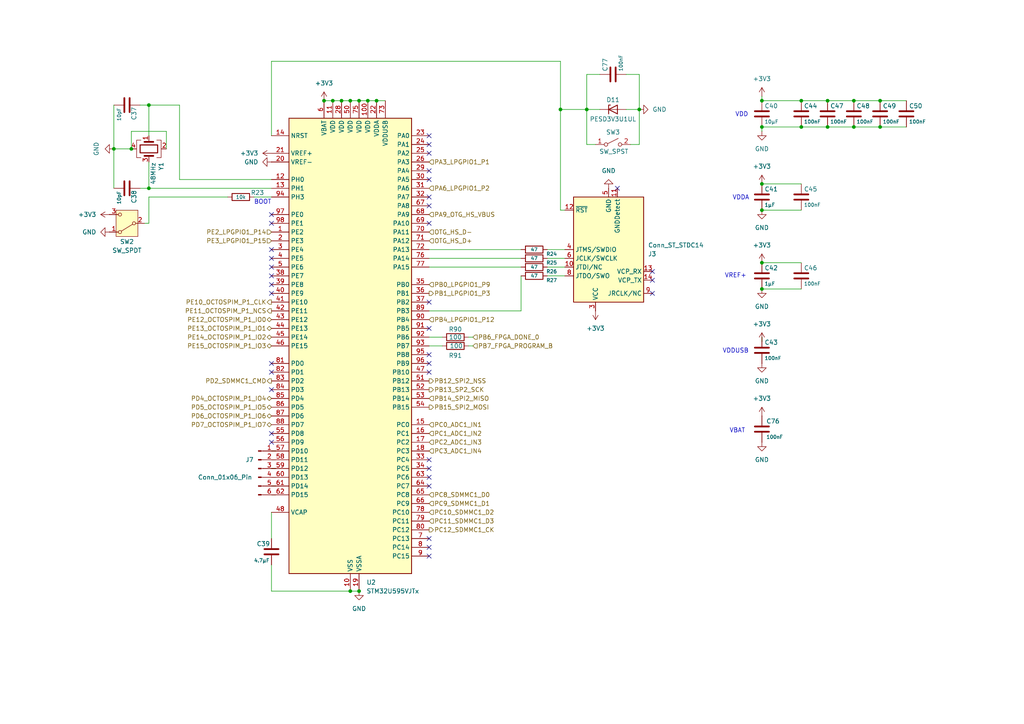
<source format=kicad_sch>
(kicad_sch (version 20250114) (generator "eeschema") (generator_version "9.0")
  (paper "A4")
  (lib_symbols
    (symbol "Connector:Conn_01x06_Pin" (pin_names (offset 1.016) (hide yes))
      (property "Reference" "J" (at 0 7.62 0))
      (property "Value" "Conn_01x06_Pin" (at 0 -10.16 0))
      (symbol "Conn_01x06_Pin_1_1"
        (rectangle (start 0.8636 5.207) (end 0 4.953) (stroke (width 0.1524)) (fill (type outline)))
        (rectangle (start 0.8636 2.667) (end 0 2.413) (stroke (width 0.1524)) (fill (type outline)))
        (rectangle (start 0.8636 0.127) (end 0 -0.127) (stroke (width 0.1524)) (fill (type outline)))
        (rectangle (start 0.8636 -2.413) (end 0 -2.667) (stroke (width 0.1524)) (fill (type outline)))
        (rectangle (start 0.8636 -4.953) (end 0 -5.207) (stroke (width 0.1524)) (fill (type outline)))
        (rectangle (start 0.8636 -7.493) (end 0 -7.747) (stroke (width 0.1524)) (fill (type outline)))
        (polyline (pts (xy 1.27 5.08) (xy 0.8636 5.08)) (stroke (width 0.1524)))
        (polyline (pts (xy 1.27 2.54) (xy 0.8636 2.54)) (stroke (width 0.1524)))
        (polyline (pts (xy 1.27 0) (xy 0.8636 0)) (stroke (width 0.1524)))
        (polyline (pts (xy 1.27 -2.54) (xy 0.8636 -2.54)) (stroke (width 0.1524)))
        (polyline (pts (xy 1.27 -5.08) (xy 0.8636 -5.08)) (stroke (width 0.1524)))
        (polyline (pts (xy 1.27 -7.62) (xy 0.8636 -7.62)) (stroke (width 0.1524)))
        (pin passive line (at 5.08 5.08 180) (length 3.81) (name "Pin_1") (number "1"))
        (pin passive line (at 5.08 2.54 180) (length 3.81) (name "Pin_2") (number "2"))
        (pin passive line (at 5.08 0 180) (length 3.81) (name "Pin_3") (number "3"))
        (pin passive line (at 5.08 -2.54 180) (length 3.81) (name "Pin_4") (number "4"))
        (pin passive line (at 5.08 -5.08 180) (length 3.81) (name "Pin_5") (number "5"))
        (pin passive line (at 5.08 -7.62 180) (length 3.81) (name "Pin_6") (number "6"))
      )
    )
    (symbol "Connector:Conn_ST_STDC14"
      (property "Reference" "J3" (at -11.43 1.2701 0))
      (property "Value" "Conn_ST_STDC14" (at -11.43 -1.2699 0))
      (symbol "Conn_ST_STDC14_0_1"
        (rectangle (start -10.16 15.24) (end 10.16 -15.24) (stroke (width 0.254)) (fill (type background)))
      )
      (symbol "Conn_ST_STDC14_1_1"
        (pin input line (at -12.7 12.7 0) (length 2.54) (name "JRCLK/NC") (number "9"))
        (pin input line (at -12.7 8.89 0) (length 2.54) (name "VCP_TX") (number "14"))
        (pin output line (at -12.7 6.35 0) (length 2.54) (name "VCP_RX") (number "13"))
        (pin no_connect line (at -10.16 5.08 0) (length 2.54) (hide yes) (name "NC") (number "1"))
        (pin no_connect line (at -10.16 2.54 0) (length 2.54) (hide yes) (name "NC") (number "2"))
        (pin passive line (at -2.54 -17.78 90) (length 2.54) (name "GNDDetect") (number "11"))
        (pin power_in line (at 0 -17.78 90) (length 2.54) (name "GND") (number "5"))
        (pin passive line (at 0 -17.78 90) (length 2.54) (hide yes) (name "GND") (number "7"))
        (pin power_in line (at 3.81 17.78 270) (length 2.54) (name "VCC") (number "3"))
        (pin input line (at 12.7 7.62 180) (length 2.54) (name "JTDO/SWO") (number "8"))
        (pin output line (at 12.7 5.08 180) (length 2.54) (name "JTDI/NC") (number "10"))
        (pin output line (at 12.7 2.54 180) (length 2.54) (name "JCLK/SWCLK") (number "6"))
        (pin bidirectional line (at 12.7 0 180) (length 2.54) (name "JTMS/SWDIO") (number "4"))
        (pin open_collector line (at 12.7 -11.43 180) (length 2.54) (name "~{RST}") (number "12"))
      )
    )
    (symbol "Device:C" (pin_numbers (hide yes)) (pin_names (offset 0.254))
      (property "Reference" "C" (at 0.635 2.54 0))
      (property "Value" "C" (at 0.635 -2.54 0))
      (symbol "C_0_1"
        (polyline (pts (xy -2.032 0.762) (xy 2.032 0.762)) (stroke (width 0.508)))
        (polyline (pts (xy -2.032 -0.762) (xy 2.032 -0.762)) (stroke (width 0.508)))
      )
      (symbol "C_1_1"
        (pin passive line (at 0 3.81 270) (length 2.794) (name "~") (number "1"))
        (pin passive line (at 0 -3.81 90) (length 2.794) (name "~") (number "2"))
      )
    )
    (symbol "Device:Crystal_GND24" (pin_names (offset 1.016) (hide yes))
      (property "Reference" "Y" (at 3.175 5.08 0))
      (property "Value" "Crystal_GND24" (at 3.175 3.175 0))
      (symbol "Crystal_GND24_0_1"
        (polyline (pts (xy -2.54 2.286) (xy -2.54 3.556) (xy 2.54 3.556) (xy 2.54 2.286)))
        (polyline (pts (xy -2.54 0) (xy -2.032 0)))
        (polyline (pts (xy -2.54 -2.286) (xy -2.54 -3.556) (xy 2.54 -3.556) (xy 2.54 -2.286)))
        (polyline (pts (xy -2.032 -1.27) (xy -2.032 1.27)) (stroke (width 0.508)))
        (rectangle (start -1.143 2.54) (end 1.143 -2.54) (stroke (width 0.3048)))
        (polyline (pts (xy 0 3.556) (xy 0 3.81)))
        (polyline (pts (xy 0 -3.81) (xy 0 -3.556)))
        (polyline (pts (xy 2.032 0) (xy 2.54 0)))
        (polyline (pts (xy 2.032 -1.27) (xy 2.032 1.27)) (stroke (width 0.508)))
      )
      (symbol "Crystal_GND24_1_1"
        (pin passive line (at -3.81 0 0) (length 1.27) (name "1") (number "1"))
        (pin passive line (at 0 5.08 270) (length 1.27) (name "2") (number "2"))
        (pin passive line (at 0 -5.08 90) (length 1.27) (name "4") (number "4"))
        (pin passive line (at 3.81 0 180) (length 1.27) (name "3") (number "3"))
      )
    )
    (symbol "Device:R" (pin_numbers (hide yes)) (pin_names (offset 0))
      (property "Reference" "R" (at 2.032 0 90))
      (property "Value" "R" (at 0 0 90))
      (symbol "R_0_1"
        (rectangle (start -1.016 -2.54) (end 1.016 2.54) (stroke (width 0.254)))
      )
      (symbol "R_1_1"
        (pin passive line (at 0 3.81 270) (length 1.27) (name "~") (number "1"))
        (pin passive line (at 0 -3.81 90) (length 1.27) (name "~") (number "2"))
      )
    )
    (symbol "Diode:PESD3V3U1UL" (pin_numbers (hide yes)) (pin_names (hide yes))
      (property "Reference" "D" (at 0 2.54 0))
      (property "Value" "PESD3V3U1UL" (at 0 -2.54 0))
      (symbol "PESD3V3U1UL_0_1"
        (polyline (pts (xy -1.27 -1.27) (xy -1.27 1.27) (xy -0.762 1.27)) (stroke (width 0.254)))
        (polyline (pts (xy 1.27 0) (xy -1.27 0)))
        (polyline (pts (xy 1.27 -1.27) (xy 1.27 1.27) (xy -1.27 0) (xy 1.27 -1.27)) (stroke (width 0.254)))
      )
      (symbol "PESD3V3U1UL_1_1"
        (pin passive line (at -3.81 0 0) (length 2.54) (name "K") (number "1"))
        (pin passive line (at 3.81 0 180) (length 2.54) (name "A") (number "2"))
      )
    )
    (symbol "MCU_ST_STM32U5:STM32U595VJTx"
      (property "Reference" "U" (at -17.78 67.31 0))
      (property "Value" "STM32U595VJTx" (at 12.7 67.31 0))
      (symbol "STM32U595VJTx_0_1"
        (rectangle (start -17.78 -66.04) (end 17.78 66.04) (stroke (width 0.254)) (fill (type background)))
      )
      (symbol "STM32U595VJTx_1_1"
        (pin input line (at -22.86 60.96 0) (length 5.08) (name "NRST") (number "14"))
        (pin input line (at -22.86 55.88 0) (length 5.08) (name "VREF+") (number "21"))
        (pin input line (at -22.86 53.34 0) (length 5.08) (name "VREF-") (number "20"))
        (pin bidirectional line (at -22.86 48.26 0) (length 5.08) (name "PH0") (number "12"))
        (pin bidirectional line (at -22.86 45.72 0) (length 5.08) (name "PH1") (number "13"))
        (pin bidirectional line (at -22.86 43.18 0) (length 5.08) (name "PH3") (number "94"))
        (pin bidirectional line (at -22.86 38.1 0) (length 5.08) (name "PE0") (number "97"))
        (pin bidirectional line (at -22.86 35.56 0) (length 5.08) (name "PE1") (number "98"))
        (pin bidirectional line (at -22.86 33.02 0) (length 5.08) (name "PE2") (number "1"))
        (pin bidirectional line (at -22.86 30.48 0) (length 5.08) (name "PE3") (number "2"))
        (pin bidirectional line (at -22.86 27.94 0) (length 5.08) (name "PE4") (number "3"))
        (pin bidirectional line (at -22.86 25.4 0) (length 5.08) (name "PE5") (number "4"))
        (pin bidirectional line (at -22.86 22.86 0) (length 5.08) (name "PE6") (number "5"))
        (pin bidirectional line (at -22.86 20.32 0) (length 5.08) (name "PE7") (number "38"))
        (pin bidirectional line (at -22.86 17.78 0) (length 5.08) (name "PE8") (number "39"))
        (pin bidirectional line (at -22.86 15.24 0) (length 5.08) (name "PE9") (number "40"))
        (pin bidirectional line (at -22.86 12.7 0) (length 5.08) (name "PE10") (number "41"))
        (pin bidirectional line (at -22.86 10.16 0) (length 5.08) (name "PE11") (number "42"))
        (pin bidirectional line (at -22.86 7.62 0) (length 5.08) (name "PE12") (number "43"))
        (pin bidirectional line (at -22.86 5.08 0) (length 5.08) (name "PE13") (number "44"))
        (pin bidirectional line (at -22.86 2.54 0) (length 5.08) (name "PE14") (number "45"))
        (pin bidirectional line (at -22.86 0 0) (length 5.08) (name "PE15") (number "46"))
        (pin bidirectional line (at -22.86 -5.08 0) (length 5.08) (name "PD0") (number "81"))
        (pin bidirectional line (at -22.86 -7.62 0) (length 5.08) (name "PD1") (number "82"))
        (pin bidirectional line (at -22.86 -10.16 0) (length 5.08) (name "PD2") (number "83"))
        (pin bidirectional line (at -22.86 -12.7 0) (length 5.08) (name "PD3") (number "84"))
        (pin bidirectional line (at -22.86 -15.24 0) (length 5.08) (name "PD4") (number "85"))
        (pin bidirectional line (at -22.86 -17.78 0) (length 5.08) (name "PD5") (number "86"))
        (pin bidirectional line (at -22.86 -20.32 0) (length 5.08) (name "PD6") (number "87"))
        (pin bidirectional line (at -22.86 -22.86 0) (length 5.08) (name "PD7") (number "88"))
        (pin bidirectional line (at -22.86 -25.4 0) (length 5.08) (name "PD8") (number "55"))
        (pin bidirectional line (at -22.86 -27.94 0) (length 5.08) (name "PD9") (number "56"))
        (pin bidirectional line (at -22.86 -30.48 0) (length 5.08) (name "PD10") (number "57"))
        (pin bidirectional line (at -22.86 -33.02 0) (length 5.08) (name "PD11") (number "58"))
        (pin bidirectional line (at -22.86 -35.56 0) (length 5.08) (name "PD12") (number "59"))
        (pin bidirectional line (at -22.86 -38.1 0) (length 5.08) (name "PD13") (number "60"))
        (pin bidirectional line (at -22.86 -40.64 0) (length 5.08) (name "PD14") (number "61"))
        (pin bidirectional line (at -22.86 -43.18 0) (length 5.08) (name "PD15") (number "62"))
        (pin power_out line (at -22.86 -48.26 0) (length 5.08) (name "VCAP") (number "48"))
        (pin power_in line (at -7.62 71.12 270) (length 5.08) (name "VBAT") (number "6"))
        (pin power_in line (at -5.08 71.12 270) (length 5.08) (name "VDD") (number "11"))
        (pin power_in line (at -2.54 71.12 270) (length 5.08) (name "VDD") (number "28"))
        (pin power_in line (at 0 71.12 270) (length 5.08) (name "VDD") (number "50"))
        (pin power_in line (at 0 -71.12 90) (length 5.08) (name "VSS") (number "10"))
        (pin passive line (at 0 -71.12 90) (length 5.08) (hide yes) (name "VSS") (number "27"))
        (pin passive line (at 0 -71.12 90) (length 5.08) (hide yes) (name "VSS") (number "49"))
        (pin passive line (at 0 -71.12 90) (length 5.08) (hide yes) (name "VSS") (number "74"))
        (pin passive line (at 0 -71.12 90) (length 5.08) (hide yes) (name "VSS") (number "99"))
        (pin power_in line (at 2.54 71.12 270) (length 5.08) (name "VDD") (number "75"))
        (pin power_in line (at 2.54 -71.12 90) (length 5.08) (name "VSSA") (number "19"))
        (pin power_in line (at 5.08 71.12 270) (length 5.08) (name "VDD") (number "100"))
        (pin power_in line (at 7.62 71.12 270) (length 5.08) (name "VDDA") (number "22"))
        (pin power_in line (at 10.16 71.12 270) (length 5.08) (name "VDDUSB") (number "73"))
        (pin bidirectional line (at 22.86 60.96 180) (length 5.08) (name "PA0") (number "23"))
        (pin bidirectional line (at 22.86 58.42 180) (length 5.08) (name "PA1") (number "24"))
        (pin bidirectional line (at 22.86 55.88 180) (length 5.08) (name "PA2") (number "25"))
        (pin bidirectional line (at 22.86 53.34 180) (length 5.08) (name "PA3") (number "26"))
        (pin bidirectional line (at 22.86 50.8 180) (length 5.08) (name "PA4") (number "29"))
        (pin bidirectional line (at 22.86 48.26 180) (length 5.08) (name "PA5") (number "30"))
        (pin bidirectional line (at 22.86 45.72 180) (length 5.08) (name "PA6") (number "31"))
        (pin bidirectional line (at 22.86 43.18 180) (length 5.08) (name "PA7") (number "32"))
        (pin bidirectional line (at 22.86 40.64 180) (length 5.08) (name "PA8") (number "67"))
        (pin bidirectional line (at 22.86 38.1 180) (length 5.08) (name "PA9") (number "68"))
        (pin bidirectional line (at 22.86 35.56 180) (length 5.08) (name "PA10") (number "69"))
        (pin bidirectional line (at 22.86 33.02 180) (length 5.08) (name "PA11") (number "70"))
        (pin bidirectional line (at 22.86 30.48 180) (length 5.08) (name "PA12") (number "71"))
        (pin bidirectional line (at 22.86 27.94 180) (length 5.08) (name "PA13") (number "72"))
        (pin bidirectional line (at 22.86 25.4 180) (length 5.08) (name "PA14") (number "76"))
        (pin bidirectional line (at 22.86 22.86 180) (length 5.08) (name "PA15") (number "77"))
        (pin bidirectional line (at 22.86 17.78 180) (length 5.08) (name "PB0") (number "35"))
        (pin bidirectional line (at 22.86 15.24 180) (length 5.08) (name "PB1") (number "36"))
        (pin bidirectional line (at 22.86 12.7 180) (length 5.08) (name "PB2") (number "37"))
        (pin bidirectional line (at 22.86 10.16 180) (length 5.08) (name "PB3") (number "89"))
        (pin bidirectional line (at 22.86 7.62 180) (length 5.08) (name "PB4") (number "90"))
        (pin bidirectional line (at 22.86 5.08 180) (length 5.08) (name "PB5") (number "91"))
        (pin bidirectional line (at 22.86 2.54 180) (length 5.08) (name "PB6") (number "92"))
        (pin bidirectional line (at 22.86 0 180) (length 5.08) (name "PB7") (number "93"))
        (pin bidirectional line (at 22.86 -2.54 180) (length 5.08) (name "PB8") (number "95"))
        (pin bidirectional line (at 22.86 -5.08 180) (length 5.08) (name "PB9") (number "96"))
        (pin bidirectional line (at 22.86 -7.62 180) (length 5.08) (name "PB10") (number "47"))
        (pin bidirectional line (at 22.86 -10.16 180) (length 5.08) (name "PB12") (number "51"))
        (pin bidirectional line (at 22.86 -12.7 180) (length 5.08) (name "PB13") (number "52"))
        (pin bidirectional line (at 22.86 -15.24 180) (length 5.08) (name "PB14") (number "53"))
        (pin bidirectional line (at 22.86 -17.78 180) (length 5.08) (name "PB15") (number "54"))
        (pin bidirectional line (at 22.86 -22.86 180) (length 5.08) (name "PC0") (number "15"))
        (pin bidirectional line (at 22.86 -25.4 180) (length 5.08) (name "PC1") (number "16"))
        (pin bidirectional line (at 22.86 -27.94 180) (length 5.08) (name "PC2") (number "17"))
        (pin bidirectional line (at 22.86 -30.48 180) (length 5.08) (name "PC3") (number "18"))
        (pin bidirectional line (at 22.86 -33.02 180) (length 5.08) (name "PC4") (number "33"))
        (pin bidirectional line (at 22.86 -35.56 180) (length 5.08) (name "PC5") (number "34"))
        (pin bidirectional line (at 22.86 -38.1 180) (length 5.08) (name "PC6") (number "63"))
        (pin bidirectional line (at 22.86 -40.64 180) (length 5.08) (name "PC7") (number "64"))
        (pin bidirectional line (at 22.86 -43.18 180) (length 5.08) (name "PC8") (number "65"))
        (pin bidirectional line (at 22.86 -45.72 180) (length 5.08) (name "PC9") (number "66"))
        (pin bidirectional line (at 22.86 -48.26 180) (length 5.08) (name "PC10") (number "78"))
        (pin bidirectional line (at 22.86 -50.8 180) (length 5.08) (name "PC11") (number "79"))
        (pin bidirectional line (at 22.86 -53.34 180) (length 5.08) (name "PC12") (number "80"))
        (pin bidirectional line (at 22.86 -55.88 180) (length 5.08) (name "PC13") (number "7"))
        (pin bidirectional line (at 22.86 -58.42 180) (length 5.08) (name "PC14") (number "8"))
        (pin bidirectional line (at 22.86 -60.96 180) (length 5.08) (name "PC15") (number "9"))
      )
    )
    (symbol "Switch:SW_SPDT" (pin_names (offset 0) (hide yes))
      (property "Reference" "SW" (at 0 5.08 0))
      (property "Value" "SW_SPDT" (at 0 -5.08 0))
      (symbol "SW_SPDT_0_1"
        (circle (center -2.032 0) (radius 0.4572))
        (polyline (pts (xy -1.651 0.254) (xy 1.651 2.286)))
        (circle (center 2.032 2.54) (radius 0.4572))
        (circle (center 2.032 -2.54) (radius 0.4572))
      )
      (symbol "SW_SPDT_1_1"
        (rectangle (start -3.175 3.81) (end 3.175 -3.81) (fill (type background)))
        (pin passive line (at -5.08 0 0) (length 2.54) (name "B") (number "2"))
        (pin passive line (at 5.08 2.54 180) (length 2.54) (name "A") (number "1"))
        (pin passive line (at 5.08 -2.54 180) (length 2.54) (name "C") (number "3"))
      )
    )
    (symbol "Switch:SW_SPST" (pin_names (offset 0) (hide yes))
      (property "Reference" "SW" (at 0 3.175 0))
      (property "Value" "SW_SPST" (at 0 -2.54 0))
      (symbol "SW_SPST_0_0"
        (circle (center -2.032 0) (radius 0.508))
        (polyline (pts (xy -1.524 0.254) (xy 1.524 1.778)))
        (circle (center 2.032 0) (radius 0.508))
      )
      (symbol "SW_SPST_1_1"
        (pin passive line (at -5.08 0 0) (length 2.54) (name "A") (number "1"))
        (pin passive line (at 5.08 0 180) (length 2.54) (name "B") (number "2"))
      )
    )
    (symbol "power:+3V3" (power) (pin_numbers (hide yes)) (pin_names (offset 0) (hide yes))
      (property "Value" "+3V3" (at 0 3.556 0))
      (symbol "+3V3_0_1"
        (polyline (pts (xy -0.762 1.27) (xy 0 2.54)))
        (polyline (pts (xy 0 2.54) (xy 0.762 1.27)))
        (polyline (pts (xy 0 0) (xy 0 2.54)))
      )
      (symbol "+3V3_1_1"
        (pin power_in line (at 0 0 90) (length 0) (name "~") (number "1"))
      )
    )
    (symbol "power:GND" (power) (pin_numbers (hide yes)) (pin_names (offset 0) (hide yes))
      (property "Value" "GND" (at 0 -3.81 0))
      (symbol "GND_0_1"
        (polyline (pts (xy 0 0) (xy 0 -1.27) (xy 1.27 -1.27) (xy 0 -2.54) (xy -1.27 -1.27) (xy 0 -1.27)))
      )
      (symbol "GND_1_1"
        (pin power_in line (at 0 0 270) (length 0) (name "~") (number "1"))
      )
    )
  )
  (text "VDD" (at 215.138 33.274 0) (effects (font (size 1.27 1.27))))
  (text "BOOT\n" (at 76.2 58.674 0) (effects (font (size 1.27 1.27))))
  (text "VDDA" (at 214.884 57.404 0) (effects (font (size 1.27 1.27))))
  (text "VBAT\n" (at 213.868 124.968 0) (effects (font (size 1.27 1.27))))
  (text "VDDUSB\n" (at 213.36 101.854 0) (effects (font (size 1.27 1.27))))
  (text "VREF+" (at 213.36 80.01 0) (effects (font (size 1.27 1.27))))
  (junction (at 220.98 83.82))
  (junction (at 38.1 43.18))
  (junction (at 255.27 29.21))
  (junction (at 99.06 29.21))
  (junction (at 170.18 31.75))
  (junction (at 232.41 29.21))
  (junction (at 220.98 36.83))
  (junction (at 93.98 29.21))
  (junction (at 232.41 36.83))
  (junction (at 220.98 60.96))
  (junction (at 101.6 29.21))
  (junction (at 247.65 36.83))
  (junction (at 101.6 171.45))
  (junction (at 33.02 43.18))
  (junction (at 247.65 29.21))
  (junction (at 240.03 36.83))
  (junction (at 220.98 76.2))
  (junction (at 104.14 29.21))
  (junction (at 106.68 29.21))
  (junction (at 96.52 29.21))
  (junction (at 255.27 36.83))
  (junction (at 185.42 31.75))
  (junction (at 162.56 31.75))
  (junction (at 240.03 29.21))
  (junction (at 104.14 171.45))
  (junction (at 43.18 30.48))
  (junction (at 109.22 29.21))
  (junction (at 220.98 53.34))
  (junction (at 220.98 29.21))
  (junction (at 43.18 54.61))
  (no_connect (at 78.74 113.03))
  (no_connect (at 124.46 135.89))
  (no_connect (at 124.46 49.53))
  (no_connect (at 124.46 44.45))
  (no_connect (at 78.74 64.77))
  (no_connect (at 78.74 82.55))
  (no_connect (at 124.46 57.15))
  (no_connect (at 124.46 133.35))
  (no_connect (at 189.23 78.74))
  (no_connect (at 189.23 81.28))
  (no_connect (at 189.23 85.09))
  (no_connect (at 124.46 41.91))
  (no_connect (at 124.46 156.21))
  (no_connect (at 124.46 158.75))
  (no_connect (at 124.46 39.37))
  (no_connect (at 78.74 74.93))
  (no_connect (at 124.46 59.69))
  (no_connect (at 124.46 95.25))
  (no_connect (at 124.46 138.43))
  (no_connect (at 78.74 105.41))
  (no_connect (at 124.46 105.41))
  (no_connect (at 78.74 72.39))
  (no_connect (at 78.74 80.01))
  (no_connect (at 124.46 107.95))
  (no_connect (at 179.07 54.61))
  (no_connect (at 124.46 64.77))
  (no_connect (at 124.46 52.07))
  (no_connect (at 124.46 102.87))
  (no_connect (at 78.74 107.95))
  (no_connect (at 78.74 77.47))
  (no_connect (at 124.46 140.97))
  (no_connect (at 124.46 161.29))
  (no_connect (at 78.74 128.27))
  (no_connect (at 78.74 85.09))
  (no_connect (at 124.46 87.63))
  (no_connect (at 78.74 62.23))
  (no_connect (at 78.74 125.73))
  (wire (pts (xy 43.18 57.15) (xy 66.04 57.15)))
  (wire (pts (xy 80.01 135.89) (xy 78.74 135.89)))
  (wire (pts (xy 220.98 53.34) (xy 232.41 53.34)))
  (wire (pts (xy 247.65 36.83) (xy 255.27 36.83)))
  (wire (pts (xy 104.14 29.21) (xy 106.68 29.21)))
  (wire (pts (xy 43.18 54.61) (xy 78.74 54.61)))
  (wire (pts (xy 163.83 77.47) (xy 158.75 77.47)))
  (wire (pts (xy 80.01 133.35) (xy 78.74 133.35)))
  (wire (pts (xy 163.83 80.01) (xy 158.75 80.01)))
  (wire (pts (xy 99.06 29.21) (xy 101.6 29.21)))
  (wire (pts (xy 38.1 38.1) (xy 38.1 43.18)))
  (wire (pts (xy 170.18 41.91) (xy 172.72 41.91)))
  (wire (pts (xy 173.99 21.59) (xy 170.18 21.59)))
  (wire (pts (xy 40.64 54.61) (xy 43.18 54.61)))
  (wire (pts (xy 52.07 52.07) (xy 52.07 30.48)))
  (wire (pts (xy 240.03 29.21) (xy 247.65 29.21)))
  (wire (pts (xy 48.26 43.18) (xy 48.26 38.1)))
  (wire (pts (xy 43.18 54.61) (xy 43.18 46.99)))
  (wire (pts (xy 80.01 138.43) (xy 78.74 138.43)))
  (wire (pts (xy 80.01 140.97) (xy 78.74 140.97)))
  (wire (pts (xy 247.65 29.21) (xy 255.27 29.21)))
  (wire (pts (xy 96.52 29.21) (xy 99.06 29.21)))
  (wire (pts (xy 78.74 163.83) (xy 78.74 171.45)))
  (wire (pts (xy 162.56 60.96) (xy 163.83 60.96)))
  (wire (pts (xy 106.68 29.21) (xy 109.22 29.21)))
  (wire (pts (xy 220.98 29.21) (xy 232.41 29.21)))
  (wire (pts (xy 38.1 43.18) (xy 33.02 43.18)))
  (wire (pts (xy 101.6 29.21) (xy 104.14 29.21)))
  (wire (pts (xy 52.07 30.48) (xy 43.18 30.48)))
  (wire (pts (xy 124.46 90.17) (xy 151.13 90.17)))
  (wire (pts (xy 220.98 38.1) (xy 220.98 36.83)))
  (wire (pts (xy 220.98 60.96) (xy 232.41 60.96)))
  (wire (pts (xy 185.42 21.59) (xy 185.42 31.75)))
  (wire (pts (xy 232.41 29.21) (xy 240.03 29.21)))
  (wire (pts (xy 151.13 90.17) (xy 151.13 80.01)))
  (wire (pts (xy 163.83 74.93) (xy 158.75 74.93)))
  (wire (pts (xy 151.13 77.47) (xy 124.46 77.47)))
  (wire (pts (xy 185.42 31.75) (xy 185.42 41.91)))
  (wire (pts (xy 78.74 171.45) (xy 101.6 171.45)))
  (wire (pts (xy 162.56 17.78) (xy 162.56 31.75)))
  (wire (pts (xy 124.46 72.39) (xy 151.13 72.39)))
  (wire (pts (xy 80.01 143.51) (xy 78.74 143.51)))
  (wire (pts (xy 220.98 76.2) (xy 232.41 76.2)))
  (wire (pts (xy 101.6 171.45) (xy 104.14 171.45)))
  (wire (pts (xy 220.98 27.94) (xy 220.98 29.21)))
  (wire (pts (xy 78.74 52.07) (xy 52.07 52.07)))
  (wire (pts (xy 109.22 29.21) (xy 111.76 29.21)))
  (wire (pts (xy 170.18 21.59) (xy 170.18 31.75)))
  (wire (pts (xy 181.61 21.59) (xy 185.42 21.59)))
  (wire (pts (xy 255.27 29.21) (xy 262.89 29.21)))
  (wire (pts (xy 135.89 97.79) (xy 137.16 97.79)))
  (wire (pts (xy 170.18 31.75) (xy 170.18 41.91)))
  (wire (pts (xy 73.66 57.15) (xy 78.74 57.15)))
  (wire (pts (xy 124.46 97.79) (xy 128.27 97.79)))
  (wire (pts (xy 240.03 36.83) (xy 247.65 36.83)))
  (wire (pts (xy 48.26 38.1) (xy 38.1 38.1)))
  (wire (pts (xy 162.56 31.75) (xy 162.56 60.96)))
  (wire (pts (xy 163.83 72.39) (xy 158.75 72.39)))
  (wire (pts (xy 93.98 29.21) (xy 96.52 29.21)))
  (wire (pts (xy 43.18 57.15) (xy 43.18 64.77)))
  (wire (pts (xy 124.46 100.33) (xy 128.27 100.33)))
  (wire (pts (xy 43.18 30.48) (xy 40.64 30.48)))
  (wire (pts (xy 162.56 31.75) (xy 170.18 31.75)))
  (wire (pts (xy 181.61 31.75) (xy 185.42 31.75)))
  (wire (pts (xy 33.02 30.48) (xy 33.02 43.18)))
  (wire (pts (xy 78.74 156.21) (xy 78.74 148.59)))
  (wire (pts (xy 78.74 17.78) (xy 78.74 39.37)))
  (wire (pts (xy 220.98 97.79) (xy 220.98 99.06)))
  (wire (pts (xy 220.98 83.82) (xy 232.41 83.82)))
  (wire (pts (xy 124.46 74.93) (xy 151.13 74.93)))
  (wire (pts (xy 162.56 17.78) (xy 78.74 17.78)))
  (wire (pts (xy 255.27 36.83) (xy 262.89 36.83)))
  (wire (pts (xy 43.18 64.77) (xy 41.91 64.77)))
  (wire (pts (xy 220.98 36.83) (xy 232.41 36.83)))
  (wire (pts (xy 232.41 36.83) (xy 240.03 36.83)))
  (wire (pts (xy 43.18 39.37) (xy 43.18 30.48)))
  (wire (pts (xy 135.89 100.33) (xy 137.16 100.33)))
  (wire (pts (xy 170.18 31.75) (xy 173.99 31.75)))
  (wire (pts (xy 80.01 130.81) (xy 78.74 130.81)))
  (wire (pts (xy 185.42 41.91) (xy 182.88 41.91)))
  (wire (pts (xy 33.02 43.18) (xy 33.02 54.61)))
  (hierarchical_label "PE3_LPGPIO1_P15" (shape input) (at 78.74 69.85 180))
  (hierarchical_label "PE12_OCTOSPIM_P1_IO0" (shape bidirectional) (at 78.74 92.71 180))
  (hierarchical_label "PD5_OCTOSPIM_P1_IO5" (shape bidirectional) (at 78.74 118.11 180))
  (hierarchical_label "OTG_HS_D+" (shape input) (at 124.46 69.85 0))
  (hierarchical_label "PD2_SDMMC1_CMD" (shape output) (at 78.74 110.49 180))
  (hierarchical_label "PB12_SPI2_NSS" (shape output) (at 124.46 110.49 0))
  (hierarchical_label "PA6_LPGPIO1_P2" (shape input) (at 124.46 54.61 0))
  (hierarchical_label "PE15_OCTOSPIM_P1_IO3" (shape bidirectional) (at 78.74 100.33 180))
  (hierarchical_label "OTG_HS_D-" (shape input) (at 124.46 67.31 0))
  (hierarchical_label "PB1_LPGPIO1_P3" (shape output) (at 124.46 85.09 0))
  (hierarchical_label "PC10_SDMMC1_D2" (shape input) (at 124.46 148.59 0))
  (hierarchical_label "PA3_LPGPIO1_P1" (shape input) (at 124.46 46.99 0))
  (hierarchical_label "PB6_FPGA_DONE_0" (shape input) (at 137.16 97.79 0))
  (hierarchical_label "PC11_SDMMC1_D3" (shape input) (at 124.46 151.13 0))
  (hierarchical_label "PB0_LPGPIO1_P9" (shape input) (at 124.46 82.55 0))
  (hierarchical_label "PC1_ADC1_IN2" (shape input) (at 124.46 125.73 0))
  (hierarchical_label "PB4_LPGPIO1_P12" (shape input) (at 124.46 92.71 0))
  (hierarchical_label "PA9_OTG_HS_VBUS" (shape input) (at 124.46 62.23 0))
  (hierarchical_label "PB13_SP2_SCK" (shape output) (at 124.46 113.03 0))
  (hierarchical_label "PC9_SDMMC1_D1" (shape input) (at 124.46 146.05 0))
  (hierarchical_label "PE13_OCTOSPIM_P1_IO1" (shape bidirectional) (at 78.74 95.25 180))
  (hierarchical_label "PC0_ADC1_IN1" (shape input) (at 124.46 123.19 0))
  (hierarchical_label "PE10_OCTOSPIM_P1_CLK" (shape output) (at 78.74 87.63 180))
  (hierarchical_label "PD6_OCTOSPIM_P1_IO6" (shape bidirectional) (at 78.74 120.65 180))
  (hierarchical_label "PB7_FPGA_PROGRAM_B" (shape input) (at 137.16 100.33 0))
  (hierarchical_label "PC8_SDMMC1_D0" (shape input) (at 124.46 143.51 0))
  (hierarchical_label "PC3_ADC1_IN4" (shape input) (at 124.46 130.81 0))
  (hierarchical_label "PD4_OCTOSPIM_P1_IO4" (shape bidirectional) (at 78.74 115.57 180))
  (hierarchical_label "PB14_SPI2_MISO" (shape input) (at 124.46 115.57 0))
  (hierarchical_label "PD7_OCTOSPIM_P1_IO7" (shape bidirectional) (at 78.74 123.19 180))
  (hierarchical_label "PC2_ADC1_IN3" (shape input) (at 124.46 128.27 0))
  (hierarchical_label "PB15_SPI2_MOSI" (shape output) (at 124.46 118.11 0))
  (hierarchical_label "PE2_LPGPIO1_P14" (shape input) (at 78.74 67.31 180))
  (hierarchical_label "PE11_OCTOSPIM_P1_NCS" (shape output) (at 78.74 90.17 180))
  (hierarchical_label "PC12_SDMMC1_CK" (shape output) (at 124.46 153.67 0))
  (hierarchical_label "PE14_OCTOSPIM_P1_IO2" (shape bidirectional) (at 78.74 97.79 180))
  (symbol (lib_id "power:GND") (at 220.98 60.96 0) (unit 1)
    (property "Reference" "#PWR060" (effects (hide yes)))
    (property "Value" "GND" (at 220.98 66.04 0))
    (property "Description" "Power symbol creates a global label with name \"GND\" , ground" (effects (hide yes)))
  )
  (symbol (lib_id "Device:R") (at 154.94 77.47 270) (unit 1)
    (property "Reference" "R26" (at 160.02 78.74 90) (effects (font (size 1.016 1.016))))
    (property "Value" "47" (at 154.94 77.47 90) (effects (font (size 1.016 1.016))))
    (property "Footprint" "Resistor_SMD:R_0805_2012Metric_Pad1.20x1.40mm_HandSolder" (effects (hide yes)))
    (property "Description" "Resistor" (effects (hide yes)))
  )
  (symbol (lib_id "Diode:PESD3V3U1UL") (at 177.8 31.75 0) (unit 1)
    (property "Reference" "D11" (at 177.8 28.956 0))
    (property "Value" "PESD3V3U1UL" (at 177.8 34.544 0))
    (property "Footprint" "Diode_SMD:D_SOD-882" (effects (hide yes)))
    (property "Datasheet" "https://assets.nexperia.com/documents/data-sheet/PESD3V3U1UL.pdf" (effects (hide yes)))
    (property "Description" "Ultra low capacitance unidirectional ESD protection diode, 3.3V, SOD-882" (effects (hide yes)))
  )
  (symbol (lib_id "Device:C") (at 232.41 33.02 0) (unit 1)
    (property "Reference" "C44" (at 233.172 30.734 0) (effects (justify left)))
    (property "Value" "100nF" (at 233.172 35.306 0) (effects (font (size 1.016 1.016)) (justify left)))
    (property "Footprint" "Capacitor_SMD:C_0603_1608Metric_Pad1.08x0.95mm_HandSolder" (effects (hide yes)))
    (property "Description" "Unpolarized capacitor" (effects (hide yes)))
  )
  (symbol (lib_id "Device:C") (at 78.74 160.02 0) (unit 1)
    (property "Reference" "C39" (at 74.422 157.734 0) (effects (justify left)))
    (property "Value" "4.7μF" (at 73.66 162.56 0) (effects (font (size 1.016 1.016)) (justify left)))
    (property "Footprint" "Capacitor_SMD:C_0805_2012Metric_Pad1.18x1.45mm_HandSolder" (effects (hide yes)))
    (property "Description" "Unpolarized capacitor" (effects (hide yes)))
  )
  (symbol (lib_id "Device:C") (at 220.98 33.02 0) (unit 1)
    (property "Reference" "C40" (at 221.742 30.734 0) (effects (justify left)))
    (property "Value" "10μF" (at 221.742 35.306 0) (effects (font (size 1.016 1.016)) (justify left)))
    (property "Footprint" "Capacitor_SMD:C_1206_3216Metric_Pad1.33x1.80mm_HandSolder" (effects (hide yes)))
    (property "Description" "Unpolarized capacitor" (effects (hide yes)))
  )
  (symbol (lib_id "power:GND") (at 78.74 46.99 270) (unit 1)
    (property "Reference" "#PWR051" (effects (hide yes)))
    (property "Value" "GND" (at 74.93 46.9899 90) (effects (justify right)))
    (property "Description" "Power symbol creates a global label with name \"GND\" , ground" (effects (hide yes)))
  )
  (symbol (lib_id "Device:R") (at 132.08 97.79 90) (unit 1)
    (property "Reference" "R90" (at 132.08 95.504 90))
    (property "Value" "100" (at 132.08 97.79 90))
    (property "Footprint" "Resistor_SMD:R_0805_2012Metric_Pad1.20x1.40mm_HandSolder" (effects (hide yes)))
    (property "Description" "Resistor" (effects (hide yes)))
  )
  (symbol (lib_id "power:GND") (at 220.98 128.27 0) (unit 1)
    (property "Reference" "#PWR086" (effects (hide yes)))
    (property "Value" "GND" (at 220.98 133.35 0))
    (property "Description" "Power symbol creates a global label with name \"GND\" , ground" (effects (hide yes)))
  )
  (symbol (lib_id "Device:C") (at 177.8 21.59 90) (unit 1)
    (property "Reference" "C77" (at 175.514 18.796 0))
    (property "Value" "100nF" (at 180.086 18.288 0) (effects (font (size 1.016 1.016))))
    (property "Footprint" "Capacitor_SMD:C_0603_1608Metric_Pad1.08x0.95mm_HandSolder" (effects (hide yes)))
    (property "Description" "Unpolarized capacitor" (effects (hide yes)))
  )
  (symbol (lib_id "Device:R") (at 132.08 100.33 90) (unit 1)
    (property "Reference" "R91" (at 132.08 103.124 90))
    (property "Value" "100" (at 132.334 100.33 90))
    (property "Footprint" "Resistor_SMD:R_0805_2012Metric_Pad1.20x1.40mm_HandSolder" (effects (hide yes)))
    (property "Description" "Resistor" (effects (hide yes)))
  )
  (symbol (lib_id "Device:C") (at 220.98 80.01 0) (unit 1)
    (property "Reference" "C42" (at 221.742 77.724 0) (effects (justify left)))
    (property "Value" "1μF" (at 221.742 82.296 0) (effects (font (size 1.016 1.016)) (justify left)))
    (property "Footprint" "Capacitor_SMD:C_0805_2012Metric_Pad1.18x1.45mm_HandSolder" (effects (hide yes)))
    (property "Description" "Unpolarized capacitor" (effects (hide yes)))
  )
  (symbol (lib_id "Device:C") (at 262.89 33.02 0) (unit 1)
    (property "Reference" "C50" (at 263.652 30.734 0) (effects (justify left)))
    (property "Value" "100nF" (at 263.652 35.306 0) (effects (font (size 1.016 1.016)) (justify left)))
    (property "Footprint" "Capacitor_SMD:C_0603_1608Metric_Pad1.08x0.95mm_HandSolder" (effects (hide yes)))
    (property "Description" "Unpolarized capacitor" (effects (hide yes)))
  )
  (symbol (lib_id "power:+3V3") (at 172.72 90.17 180) (unit 1)
    (property "Reference" "#PWR054" (effects (hide yes)))
    (property "Value" "+3V3" (at 172.72 95.25 0))
    (property "Description" "Power symbol creates a global label with name \"+3V3\"" (effects (hide yes)))
  )
  (symbol (lib_id "power:+3V3") (at 220.98 27.94 0) (unit 1)
    (property "Reference" "#PWR057" (effects (hide yes)))
    (property "Value" "+3V3" (at 220.98 22.86 0))
    (property "Description" "Power symbol creates a global label with name \"+3V3\"" (effects (hide yes)))
  )
  (symbol (lib_id "power:+3V3") (at 220.98 76.2 0) (unit 1)
    (property "Reference" "#PWR061" (effects (hide yes)))
    (property "Value" "+3V3" (at 220.98 71.12 0))
    (property "Description" "Power symbol creates a global label with name \"+3V3\"" (effects (hide yes)))
  )
  (symbol (lib_id "Device:C") (at 240.03 33.02 0) (unit 1)
    (property "Reference" "C47" (at 240.792 30.734 0) (effects (justify left)))
    (property "Value" "100nF" (at 240.792 35.306 0) (effects (font (size 1.016 1.016)) (justify left)))
    (property "Footprint" "Capacitor_SMD:C_0603_1608Metric_Pad1.08x0.95mm_HandSolder" (effects (hide yes)))
    (property "Description" "Unpolarized capacitor" (effects (hide yes)))
  )
  (symbol (lib_id "Device:C") (at 255.27 33.02 0) (unit 1)
    (property "Reference" "C49" (at 256.032 30.734 0) (effects (justify left)))
    (property "Value" "100nF" (at 256.032 35.306 0) (effects (font (size 1.016 1.016)) (justify left)))
    (property "Footprint" "Capacitor_SMD:C_0603_1608Metric_Pad1.08x0.95mm_HandSolder" (effects (hide yes)))
    (property "Description" "Unpolarized capacitor" (effects (hide yes)))
  )
  (symbol (lib_id "power:GND") (at 185.42 31.75 90) (unit 1)
    (property "Reference" "#PWR055" (effects (hide yes)))
    (property "Value" "GND" (at 189.23 31.7499 90) (effects (justify right)))
    (property "Description" "Power symbol creates a global label with name \"GND\" , ground" (effects (hide yes)))
  )
  (symbol (lib_id "power:+3V3") (at 93.98 29.21 0) (unit 1)
    (property "Reference" "#PWR052" (effects (hide yes)))
    (property "Value" "+3V3" (at 93.98 24.13 0))
    (property "Description" "Power symbol creates a global label with name \"+3V3\"" (effects (hide yes)))
  )
  (symbol (lib_id "Connector:Conn_01x06_Pin") (at 74.93 135.89 0) (unit 1)
    (property "Reference" "J7" (at 72.39 133.35 0))
    (property "Value" "Conn_01x06_Pin" (at 65.278 138.43 0))
    (property "Footprint" "Connector_PinHeader_2.54mm:PinHeader_1x06_P2.54mm_Vertical" (effects (hide yes)))
    (property "Description" "Generic connector, single row, 01x06, script generated" (effects (hide yes)))
  )
  (symbol (lib_id "power:GND") (at 176.53 54.61 180) (unit 1)
    (property "Reference" "#PWR056" (effects (hide yes)))
    (property "Value" "GND" (at 176.53 49.53 0))
    (property "Description" "Power symbol creates a global label with name \"GND\" , ground" (effects (hide yes)))
  )
  (symbol (lib_id "Device:C") (at 220.98 124.46 0) (unit 1)
    (property "Reference" "C76" (at 222.25 122.174 0) (effects (justify left)))
    (property "Value" "100nF" (at 222.25 126.746 0) (effects (font (size 1.016 1.016)) (justify left)))
    (property "Footprint" "Capacitor_SMD:C_0603_1608Metric_Pad1.08x0.95mm_HandSolder" (effects (hide yes)))
    (property "Description" "Unpolarized capacitor" (effects (hide yes)))
  )
  (symbol (lib_id "power:+3V3") (at 78.74 44.45 90) (unit 1)
    (property "Reference" "#PWR050" (effects (hide yes)))
    (property "Value" "+3V3" (at 74.93 44.4499 90) (effects (justify left)))
    (property "Description" "Power symbol creates a global label with name \"+3V3\"" (effects (hide yes)))
  )
  (symbol (lib_id "power:+3V3") (at 31.75 62.23 90) (unit 1)
    (property "Reference" "#PWR047" (effects (hide yes)))
    (property "Value" "+3V3" (at 27.94 62.2299 90) (effects (justify left)))
    (property "Description" "Power symbol creates a global label with name \"+3V3\"" (effects (hide yes)))
  )
  (symbol (lib_id "power:GND") (at 104.14 171.45 0) (unit 1)
    (property "Reference" "#PWR053" (effects (hide yes)))
    (property "Value" "GND" (at 104.14 176.53 0))
    (property "Description" "Power symbol creates a global label with name \"GND\" , ground" (effects (hide yes)))
  )
  (symbol (lib_id "power:GND") (at 33.02 43.18 270) (unit 1)
    (property "Reference" "#PWR049" (effects (hide yes)))
    (property "Value" "GND" (at 27.94 43.18 0))
    (property "Description" "Power symbol creates a global label with name \"GND\" , ground" (effects (hide yes)))
  )
  (symbol (lib_id "Device:C") (at 36.83 54.61 270) (unit 1)
    (property "Reference" "C38" (at 38.862 55.118 0) (effects (justify left)))
    (property "Value" "10pF" (at 34.544 55.372 0) (effects (font (size 1.016 1.016)) (justify left)))
    (property "Footprint" "Capacitor_SMD:C_0603_1608Metric_Pad1.08x0.95mm_HandSolder" (effects (hide yes)))
    (property "Description" "Unpolarized capacitor" (effects (hide yes)))
  )
  (symbol (lib_id "Switch:SW_SPDT") (at 36.83 64.77 180) (unit 1)
    (property "Reference" "SW2" (at 36.83 70.104 0))
    (property "Value" "SW_SPDT" (at 36.83 72.644 0))
    (property "Footprint" "Button_Switch_THT:SW_Slide_SPDT_Straight_CK_OS102011MS2Q" (effects (hide yes)))
    (property "Description" "Switch, single pole double throw" (effects (hide yes)))
  )
  (symbol (lib_id "Device:C") (at 220.98 101.6 0) (unit 1)
    (property "Reference" "C43" (at 221.742 99.314 0) (effects (justify left)))
    (property "Value" "100nF" (at 221.742 103.886 0) (effects (font (size 1.016 1.016)) (justify left)))
    (property "Footprint" "Capacitor_SMD:C_0603_1608Metric_Pad1.08x0.95mm_HandSolder" (effects (hide yes)))
    (property "Description" "Unpolarized capacitor" (effects (hide yes)))
  )
  (symbol (lib_id "power:GND") (at 220.98 105.41 0) (unit 1)
    (property "Reference" "#PWR064" (effects (hide yes)))
    (property "Value" "GND" (at 220.98 110.49 0))
    (property "Description" "Power symbol creates a global label with name \"GND\" , ground" (effects (hide yes)))
  )
  (symbol (lib_id "power:+3V3") (at 220.98 99.06 0) (unit 1)
    (property "Reference" "#PWR063" (effects (hide yes)))
    (property "Value" "+3V3" (at 220.98 93.98 0))
    (property "Description" "Power symbol creates a global label with name \"+3V3\"" (effects (hide yes)))
  )
  (symbol (lib_id "power:GND") (at 220.98 38.1 0) (unit 1)
    (property "Reference" "#PWR058" (effects (hide yes)))
    (property "Value" "GND" (at 220.98 43.18 0))
    (property "Description" "Power symbol creates a global label with name \"GND\" , ground" (effects (hide yes)))
  )
  (symbol (lib_id "Device:C") (at 220.98 57.15 0) (unit 1)
    (property "Reference" "C41" (at 221.742 54.864 0) (effects (justify left)))
    (property "Value" "1μF" (at 221.742 59.436 0) (effects (font (size 1.016 1.016)) (justify left)))
    (property "Footprint" "Capacitor_SMD:C_0805_2012Metric_Pad1.18x1.45mm_HandSolder" (effects (hide yes)))
    (property "Description" "Unpolarized capacitor" (effects (hide yes)))
  )
  (symbol (lib_id "Device:C") (at 36.83 30.48 270) (unit 1)
    (property "Reference" "C37" (at 38.862 30.988 0) (effects (justify left)))
    (property "Value" "10pF" (at 34.544 31.242 0) (effects (font (size 1.016 1.016)) (justify left)))
    (property "Footprint" "Capacitor_SMD:C_0603_1608Metric_Pad1.08x0.95mm_HandSolder" (effects (hide yes)))
    (property "Description" "Unpolarized capacitor" (effects (hide yes)))
  )
  (symbol (lib_id "power:GND") (at 220.98 83.82 0) (unit 1)
    (property "Reference" "#PWR062" (effects (hide yes)))
    (property "Value" "GND" (at 220.98 88.9 0))
    (property "Description" "Power symbol creates a global label with name \"GND\" , ground" (effects (hide yes)))
  )
  (symbol (lib_id "Device:R") (at 154.94 80.01 270) (unit 1)
    (property "Reference" "R27" (at 160.02 81.28 90) (effects (font (size 1.016 1.016))))
    (property "Value" "47" (at 154.94 80.01 90) (effects (font (size 1.016 1.016))))
    (property "Footprint" "Resistor_SMD:R_0805_2012Metric_Pad1.20x1.40mm_HandSolder" (effects (hide yes)))
    (property "Description" "Resistor" (effects (hide yes)))
  )
  (symbol (lib_id "MCU_ST_STM32U5:STM32U595VJTx") (at 101.6 100.33 0) (unit 1)
    (property "Reference" "U2" (at 106.2833 168.91 0) (effects (justify left)))
    (property "Value" "STM32U595VJTx" (at 106.2833 171.45 0) (effects (justify left)))
    (property "Footprint" "Package_QFP:LQFP-100_14x14mm_P0.5mm" (effects (hide yes)))
    (property "Datasheet" "https://www.st.com/resource/en/datasheet/stm32u595vj.pdf" (effects (hide yes)))
    (property "Description" "STMicroelectronics Arm Cortex-M33 MCU, 4096KB flash, 2514KB RAM, 82 GPIO, LQFP100" (effects (hide yes)))
  )
  (symbol (lib_id "power:GND") (at 31.75 67.31 270) (unit 1)
    (property "Reference" "#PWR048" (effects (hide yes)))
    (property "Value" "GND" (at 27.94 67.3099 90) (effects (justify right)))
    (property "Description" "Power symbol creates a global label with name \"GND\" , ground" (effects (hide yes)))
  )
  (symbol (lib_id "Device:C") (at 247.65 33.02 0) (unit 1)
    (property "Reference" "C48" (at 248.412 30.734 0) (effects (justify left)))
    (property "Value" "100nF" (at 248.412 35.306 0) (effects (font (size 1.016 1.016)) (justify left)))
    (property "Footprint" "Capacitor_SMD:C_0603_1608Metric_Pad1.08x0.95mm_HandSolder" (effects (hide yes)))
    (property "Description" "Unpolarized capacitor" (effects (hide yes)))
  )
  (symbol (lib_id "Connector:Conn_ST_STDC14") (at 176.53 72.39 180) (unit 1)
    (property "Reference" "J3" (at 187.96 73.6601 0) (effects (justify right)))
    (property "Value" "Conn_ST_STDC14" (at 187.96 71.1201 0) (effects (justify right)))
    (property "Footprint" "Connector_PinHeader_1.27mm:PinHeader_2x07_P1.27mm_Vertical" (effects (hide yes)))
    (property "Datasheet" "https://www.st.com/content/ccc/resource/technical/document/user_manual/group1/99/49/91/b6/b2/3a/46/e5/DM00526767/files/DM00526767.pdf/jcr:content/translations/en.DM00526767.pdf" (effects (hide yes)))
    (property "Description" "ST Debug Connector, standard ARM Cortex-M SWD and JTAG interface plus UART" (effects (hide yes)))
  )
  (symbol (lib_id "Device:C") (at 232.41 57.15 0) (unit 1)
    (property "Reference" "C45" (at 233.172 54.864 0) (effects (justify left)))
    (property "Value" "100nF" (at 233.172 59.436 0) (effects (font (size 1.016 1.016)) (justify left)))
    (property "Footprint" "Capacitor_SMD:C_0603_1608Metric_Pad1.08x0.95mm_HandSolder" (effects (hide yes)))
    (property "Description" "Unpolarized capacitor" (effects (hide yes)))
  )
  (symbol (lib_id "power:+3V3") (at 220.98 120.65 0) (unit 1)
    (property "Reference" "#PWR085" (effects (hide yes)))
    (property "Value" "+3V3" (at 220.98 115.57 0))
    (property "Description" "Power symbol creates a global label with name \"+3V3\"" (effects (hide yes)))
  )
  (symbol (lib_id "Device:R") (at 154.94 72.39 270) (unit 1)
    (property "Reference" "R24" (at 160.02 73.66 90) (effects (font (size 1.016 1.016))))
    (property "Value" "47" (at 154.94 72.39 90) (effects (font (size 1.016 1.016))))
    (property "Footprint" "Resistor_SMD:R_0805_2012Metric_Pad1.20x1.40mm_HandSolder" (effects (hide yes)))
    (property "Description" "Resistor" (effects (hide yes)))
  )
  (symbol (lib_id "Switch:SW_SPST") (at 177.8 41.91 0) (unit 1)
    (property "Reference" "SW3" (at 177.8 38.354 0))
    (property "Value" "SW_SPST" (at 178.054 43.942 0))
    (property "Footprint" "Button_Switch_THT:SW_TH_Tactile_Omron_B3F-100x" (effects (hide yes)))
    (property "Description" "Single Pole Single Throw (SPST) switch" (effects (hide yes)))
  )
  (symbol (lib_id "Device:R") (at 154.94 74.93 270) (unit 1)
    (property "Reference" "R25" (at 160.02 76.2 90) (effects (font (size 1.016 1.016))))
    (property "Value" "47" (at 154.94 74.93 90) (effects (font (size 1.016 1.016))))
    (property "Footprint" "Resistor_SMD:R_0805_2012Metric_Pad1.20x1.40mm_HandSolder" (effects (hide yes)))
    (property "Description" "Resistor" (effects (hide yes)))
  )
  (symbol (lib_id "Device:Crystal_GND24") (at 43.18 43.18 270) (unit 1)
    (property "Reference" "Y1" (at 46.736 48.26 0))
    (property "Value" "48MHz" (at 44.45 50.292 0))
    (property "Footprint" "Project_Footprints:OSCCC320X250X60N" (effects (hide yes)))
    (property "Description" "Four pin crystal, GND on pins 2 and 4" (effects (hide yes)))
  )
  (symbol (lib_id "power:+3V3") (at 220.98 53.34 0) (unit 1)
    (property "Reference" "#PWR059" (effects (hide yes)))
    (property "Value" "+3V3" (at 220.98 48.26 0))
    (property "Description" "Power symbol creates a global label with name \"+3V3\"" (effects (hide yes)))
  )
  (symbol (lib_id "Device:C") (at 232.41 80.01 0) (unit 1)
    (property "Reference" "C46" (at 233.172 77.724 0) (effects (justify left)))
    (property "Value" "100nF" (at 233.172 82.296 0) (effects (font (size 1.016 1.016)) (justify left)))
    (property "Footprint" "Capacitor_SMD:C_0603_1608Metric_Pad1.08x0.95mm_HandSolder" (effects (hide yes)))
    (property "Description" "Unpolarized capacitor" (effects (hide yes)))
  )
  (symbol (lib_id "Device:R") (at 69.85 57.15 90) (unit 1)
    (property "Reference" "R23" (at 74.676 55.88 90))
    (property "Value" "10k" (at 69.85 57.15 90) (effects (font (size 1.016 1.016))))
    (property "Footprint" "Resistor_SMD:R_0805_2012Metric_Pad1.20x1.40mm_HandSolder" (effects (hide yes)))
    (property "Description" "Resistor" (effects (hide yes)))
  )
)
</source>
